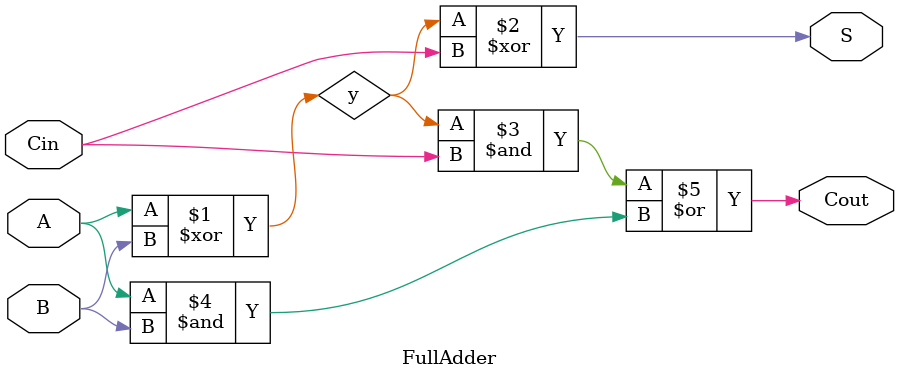
<source format=v>
`timescale 1ns / 1ps

module Bit32RippleAdder(
    input [31:0] A,
    input [31:0] B,
    input Cin,
    output [31:0] S,
    output Cout
    );
    wire C8, C16, C24;
    
    Bit8RippleAdder Bit8Adder0(A[7:0], B[7:0], Cin, S[7:0], C8);
    Bit8RippleAdder Bit8Adder1(A[15:8], B[15:8], C8, S[15:8], C16);
    Bit8RippleAdder Bit8Adder2(A[23:16], B[23:16], C16, S[23:16], C24);
    Bit8RippleAdder Bit8Adder3(A[31:24], B[31:24], C24, S[31:24], Cout);
    
endmodule

module Bit8RippleAdder(
    input [7:0] A,
    input [7:0] B,
    input Cin,
    output [7:0] S,
    output Cout
    );
    wire C1, C2, C3, C4, C5, C6, C7;
    
    FullAdder FA0(A[0], B[0], Cin, S[0], C1);
    FullAdder FA1(A[1], B[1], C1, S[1], C2);
    FullAdder FA2(A[2], B[2], C2, S[2], C3);
    FullAdder FA3(A[3], B[3], C3, S[3], C4);
    FullAdder FA4(A[4], B[4], C4, S[4], C5);
    FullAdder FA5(A[5], B[5], C5, S[5], C6);
    FullAdder FA6(A[6], B[6], C6, S[6], C7);
    FullAdder FA7(A[7], B[7], C7, S[7], Cout);
    
endmodule

module FullAdder(
    input A,
    input B,
    input Cin,
    output S,
    output Cout
    );
    wire y;
    assign y = A ^ B;
    assign S = y ^ Cin;
    assign Cout = (y & Cin) | (A & B);
endmodule

</source>
